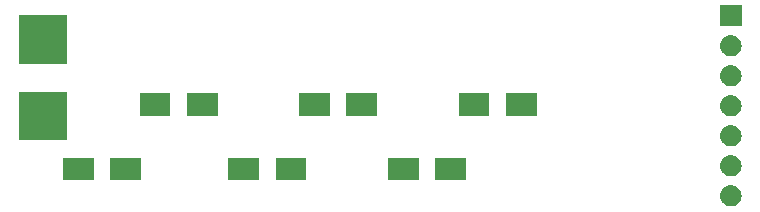
<source format=gbr>
G04 #@! TF.GenerationSoftware,KiCad,Pcbnew,(5.0.1)-3*
G04 #@! TF.CreationDate,2020-02-13T16:16:06-05:00*
G04 #@! TF.ProjectId,ESC_V1,4553435F56312E6B696361645F706362,rev?*
G04 #@! TF.SameCoordinates,Original*
G04 #@! TF.FileFunction,Soldermask,Bot*
G04 #@! TF.FilePolarity,Negative*
%FSLAX46Y46*%
G04 Gerber Fmt 4.6, Leading zero omitted, Abs format (unit mm)*
G04 Created by KiCad (PCBNEW (5.0.1)-3) date 2/13/2020 4:16:06 PM*
%MOMM*%
%LPD*%
G01*
G04 APERTURE LIST*
%ADD10C,0.100000*%
G04 APERTURE END LIST*
D10*
G36*
X183360443Y-65345519D02*
X183426627Y-65352037D01*
X183539853Y-65386384D01*
X183596467Y-65403557D01*
X183735087Y-65477652D01*
X183752991Y-65487222D01*
X183788729Y-65516552D01*
X183890186Y-65599814D01*
X183973448Y-65701271D01*
X184002778Y-65737009D01*
X184002779Y-65737011D01*
X184086443Y-65893533D01*
X184086443Y-65893534D01*
X184137963Y-66063373D01*
X184155359Y-66240000D01*
X184137963Y-66416627D01*
X184103616Y-66529853D01*
X184086443Y-66586467D01*
X184012348Y-66725087D01*
X184002778Y-66742991D01*
X183973448Y-66778729D01*
X183890186Y-66880186D01*
X183788729Y-66963448D01*
X183752991Y-66992778D01*
X183752989Y-66992779D01*
X183596467Y-67076443D01*
X183539853Y-67093616D01*
X183426627Y-67127963D01*
X183360443Y-67134481D01*
X183294260Y-67141000D01*
X183205740Y-67141000D01*
X183139557Y-67134481D01*
X183073373Y-67127963D01*
X182960147Y-67093616D01*
X182903533Y-67076443D01*
X182747011Y-66992779D01*
X182747009Y-66992778D01*
X182711271Y-66963448D01*
X182609814Y-66880186D01*
X182526552Y-66778729D01*
X182497222Y-66742991D01*
X182487652Y-66725087D01*
X182413557Y-66586467D01*
X182396384Y-66529853D01*
X182362037Y-66416627D01*
X182344641Y-66240000D01*
X182362037Y-66063373D01*
X182413557Y-65893534D01*
X182413557Y-65893533D01*
X182497221Y-65737011D01*
X182497222Y-65737009D01*
X182526552Y-65701271D01*
X182609814Y-65599814D01*
X182711271Y-65516552D01*
X182747009Y-65487222D01*
X182764913Y-65477652D01*
X182903533Y-65403557D01*
X182960147Y-65386384D01*
X183073373Y-65352037D01*
X183139557Y-65345519D01*
X183205740Y-65339000D01*
X183294260Y-65339000D01*
X183360443Y-65345519D01*
X183360443Y-65345519D01*
G37*
G36*
X160801000Y-64951000D02*
X158199000Y-64951000D01*
X158199000Y-63049000D01*
X160801000Y-63049000D01*
X160801000Y-64951000D01*
X160801000Y-64951000D01*
G37*
G36*
X133301000Y-64951000D02*
X130699000Y-64951000D01*
X130699000Y-63049000D01*
X133301000Y-63049000D01*
X133301000Y-64951000D01*
X133301000Y-64951000D01*
G37*
G36*
X129301000Y-64951000D02*
X126699000Y-64951000D01*
X126699000Y-63049000D01*
X129301000Y-63049000D01*
X129301000Y-64951000D01*
X129301000Y-64951000D01*
G37*
G36*
X156801000Y-64951000D02*
X154199000Y-64951000D01*
X154199000Y-63049000D01*
X156801000Y-63049000D01*
X156801000Y-64951000D01*
X156801000Y-64951000D01*
G37*
G36*
X147301000Y-64951000D02*
X144699000Y-64951000D01*
X144699000Y-63049000D01*
X147301000Y-63049000D01*
X147301000Y-64951000D01*
X147301000Y-64951000D01*
G37*
G36*
X143301000Y-64951000D02*
X140699000Y-64951000D01*
X140699000Y-63049000D01*
X143301000Y-63049000D01*
X143301000Y-64951000D01*
X143301000Y-64951000D01*
G37*
G36*
X183360442Y-62805518D02*
X183426627Y-62812037D01*
X183539853Y-62846384D01*
X183596467Y-62863557D01*
X183735087Y-62937652D01*
X183752991Y-62947222D01*
X183788729Y-62976552D01*
X183890186Y-63059814D01*
X183973448Y-63161271D01*
X184002778Y-63197009D01*
X184002779Y-63197011D01*
X184086443Y-63353533D01*
X184086443Y-63353534D01*
X184137963Y-63523373D01*
X184155359Y-63700000D01*
X184137963Y-63876627D01*
X184103616Y-63989853D01*
X184086443Y-64046467D01*
X184012348Y-64185087D01*
X184002778Y-64202991D01*
X183973448Y-64238729D01*
X183890186Y-64340186D01*
X183788729Y-64423448D01*
X183752991Y-64452778D01*
X183752989Y-64452779D01*
X183596467Y-64536443D01*
X183539853Y-64553616D01*
X183426627Y-64587963D01*
X183360442Y-64594482D01*
X183294260Y-64601000D01*
X183205740Y-64601000D01*
X183139558Y-64594482D01*
X183073373Y-64587963D01*
X182960147Y-64553616D01*
X182903533Y-64536443D01*
X182747011Y-64452779D01*
X182747009Y-64452778D01*
X182711271Y-64423448D01*
X182609814Y-64340186D01*
X182526552Y-64238729D01*
X182497222Y-64202991D01*
X182487652Y-64185087D01*
X182413557Y-64046467D01*
X182396384Y-63989853D01*
X182362037Y-63876627D01*
X182344641Y-63700000D01*
X182362037Y-63523373D01*
X182413557Y-63353534D01*
X182413557Y-63353533D01*
X182497221Y-63197011D01*
X182497222Y-63197009D01*
X182526552Y-63161271D01*
X182609814Y-63059814D01*
X182711271Y-62976552D01*
X182747009Y-62947222D01*
X182764913Y-62937652D01*
X182903533Y-62863557D01*
X182960147Y-62846384D01*
X183073373Y-62812037D01*
X183139558Y-62805518D01*
X183205740Y-62799000D01*
X183294260Y-62799000D01*
X183360442Y-62805518D01*
X183360442Y-62805518D01*
G37*
G36*
X183360443Y-60265519D02*
X183426627Y-60272037D01*
X183539853Y-60306384D01*
X183596467Y-60323557D01*
X183735087Y-60397652D01*
X183752991Y-60407222D01*
X183788729Y-60436552D01*
X183890186Y-60519814D01*
X183973448Y-60621271D01*
X184002778Y-60657009D01*
X184002779Y-60657011D01*
X184086443Y-60813533D01*
X184086443Y-60813534D01*
X184137963Y-60983373D01*
X184155359Y-61160000D01*
X184137963Y-61336627D01*
X184103616Y-61449853D01*
X184086443Y-61506467D01*
X184062639Y-61551000D01*
X184002778Y-61662991D01*
X183973448Y-61698729D01*
X183890186Y-61800186D01*
X183788729Y-61883448D01*
X183752991Y-61912778D01*
X183752989Y-61912779D01*
X183596467Y-61996443D01*
X183539853Y-62013616D01*
X183426627Y-62047963D01*
X183360442Y-62054482D01*
X183294260Y-62061000D01*
X183205740Y-62061000D01*
X183139558Y-62054482D01*
X183073373Y-62047963D01*
X182960147Y-62013616D01*
X182903533Y-61996443D01*
X182747011Y-61912779D01*
X182747009Y-61912778D01*
X182711271Y-61883448D01*
X182609814Y-61800186D01*
X182526552Y-61698729D01*
X182497222Y-61662991D01*
X182437361Y-61551000D01*
X182413557Y-61506467D01*
X182396384Y-61449853D01*
X182362037Y-61336627D01*
X182344641Y-61160000D01*
X182362037Y-60983373D01*
X182413557Y-60813534D01*
X182413557Y-60813533D01*
X182497221Y-60657011D01*
X182497222Y-60657009D01*
X182526552Y-60621271D01*
X182609814Y-60519814D01*
X182711271Y-60436552D01*
X182747009Y-60407222D01*
X182764913Y-60397652D01*
X182903533Y-60323557D01*
X182960147Y-60306384D01*
X183073373Y-60272037D01*
X183139557Y-60265519D01*
X183205740Y-60259000D01*
X183294260Y-60259000D01*
X183360443Y-60265519D01*
X183360443Y-60265519D01*
G37*
G36*
X127051000Y-61551000D02*
X122949000Y-61551000D01*
X122949000Y-57449000D01*
X127051000Y-57449000D01*
X127051000Y-61551000D01*
X127051000Y-61551000D01*
G37*
G36*
X183360442Y-57725518D02*
X183426627Y-57732037D01*
X183539853Y-57766384D01*
X183596467Y-57783557D01*
X183735087Y-57857652D01*
X183752991Y-57867222D01*
X183788729Y-57896552D01*
X183890186Y-57979814D01*
X183973448Y-58081271D01*
X184002778Y-58117009D01*
X184002779Y-58117011D01*
X184086443Y-58273533D01*
X184086443Y-58273534D01*
X184137963Y-58443373D01*
X184155359Y-58620000D01*
X184137963Y-58796627D01*
X184103616Y-58909853D01*
X184086443Y-58966467D01*
X184012348Y-59105087D01*
X184002778Y-59122991D01*
X183973448Y-59158729D01*
X183890186Y-59260186D01*
X183788729Y-59343448D01*
X183752991Y-59372778D01*
X183752989Y-59372779D01*
X183596467Y-59456443D01*
X183539853Y-59473616D01*
X183426627Y-59507963D01*
X183360443Y-59514481D01*
X183294260Y-59521000D01*
X183205740Y-59521000D01*
X183139557Y-59514481D01*
X183073373Y-59507963D01*
X182960147Y-59473616D01*
X182903533Y-59456443D01*
X182747011Y-59372779D01*
X182747009Y-59372778D01*
X182711271Y-59343448D01*
X182609814Y-59260186D01*
X182526552Y-59158729D01*
X182497222Y-59122991D01*
X182487652Y-59105087D01*
X182413557Y-58966467D01*
X182396384Y-58909853D01*
X182362037Y-58796627D01*
X182344641Y-58620000D01*
X182362037Y-58443373D01*
X182413557Y-58273534D01*
X182413557Y-58273533D01*
X182497221Y-58117011D01*
X182497222Y-58117009D01*
X182526552Y-58081271D01*
X182609814Y-57979814D01*
X182711271Y-57896552D01*
X182747009Y-57867222D01*
X182764913Y-57857652D01*
X182903533Y-57783557D01*
X182960147Y-57766384D01*
X183073373Y-57732037D01*
X183139558Y-57725518D01*
X183205740Y-57719000D01*
X183294260Y-57719000D01*
X183360442Y-57725518D01*
X183360442Y-57725518D01*
G37*
G36*
X135801000Y-59451000D02*
X133199000Y-59451000D01*
X133199000Y-57549000D01*
X135801000Y-57549000D01*
X135801000Y-59451000D01*
X135801000Y-59451000D01*
G37*
G36*
X166801000Y-59451000D02*
X164199000Y-59451000D01*
X164199000Y-57549000D01*
X166801000Y-57549000D01*
X166801000Y-59451000D01*
X166801000Y-59451000D01*
G37*
G36*
X162801000Y-59451000D02*
X160199000Y-59451000D01*
X160199000Y-57549000D01*
X162801000Y-57549000D01*
X162801000Y-59451000D01*
X162801000Y-59451000D01*
G37*
G36*
X153301000Y-59451000D02*
X150699000Y-59451000D01*
X150699000Y-57549000D01*
X153301000Y-57549000D01*
X153301000Y-59451000D01*
X153301000Y-59451000D01*
G37*
G36*
X149301000Y-59451000D02*
X146699000Y-59451000D01*
X146699000Y-57549000D01*
X149301000Y-57549000D01*
X149301000Y-59451000D01*
X149301000Y-59451000D01*
G37*
G36*
X139801000Y-59451000D02*
X137199000Y-59451000D01*
X137199000Y-57549000D01*
X139801000Y-57549000D01*
X139801000Y-59451000D01*
X139801000Y-59451000D01*
G37*
G36*
X183360443Y-55185519D02*
X183426627Y-55192037D01*
X183539853Y-55226384D01*
X183596467Y-55243557D01*
X183735087Y-55317652D01*
X183752991Y-55327222D01*
X183788729Y-55356552D01*
X183890186Y-55439814D01*
X183973448Y-55541271D01*
X184002778Y-55577009D01*
X184002779Y-55577011D01*
X184086443Y-55733533D01*
X184086443Y-55733534D01*
X184137963Y-55903373D01*
X184155359Y-56080000D01*
X184137963Y-56256627D01*
X184103616Y-56369853D01*
X184086443Y-56426467D01*
X184012348Y-56565087D01*
X184002778Y-56582991D01*
X183973448Y-56618729D01*
X183890186Y-56720186D01*
X183788729Y-56803448D01*
X183752991Y-56832778D01*
X183752989Y-56832779D01*
X183596467Y-56916443D01*
X183539853Y-56933616D01*
X183426627Y-56967963D01*
X183360443Y-56974481D01*
X183294260Y-56981000D01*
X183205740Y-56981000D01*
X183139557Y-56974481D01*
X183073373Y-56967963D01*
X182960147Y-56933616D01*
X182903533Y-56916443D01*
X182747011Y-56832779D01*
X182747009Y-56832778D01*
X182711271Y-56803448D01*
X182609814Y-56720186D01*
X182526552Y-56618729D01*
X182497222Y-56582991D01*
X182487652Y-56565087D01*
X182413557Y-56426467D01*
X182396384Y-56369853D01*
X182362037Y-56256627D01*
X182344641Y-56080000D01*
X182362037Y-55903373D01*
X182413557Y-55733534D01*
X182413557Y-55733533D01*
X182497221Y-55577011D01*
X182497222Y-55577009D01*
X182526552Y-55541271D01*
X182609814Y-55439814D01*
X182711271Y-55356552D01*
X182747009Y-55327222D01*
X182764913Y-55317652D01*
X182903533Y-55243557D01*
X182960147Y-55226384D01*
X183073373Y-55192037D01*
X183139557Y-55185519D01*
X183205740Y-55179000D01*
X183294260Y-55179000D01*
X183360443Y-55185519D01*
X183360443Y-55185519D01*
G37*
G36*
X127051000Y-55051000D02*
X122949000Y-55051000D01*
X122949000Y-50949000D01*
X127051000Y-50949000D01*
X127051000Y-55051000D01*
X127051000Y-55051000D01*
G37*
G36*
X183360442Y-52645518D02*
X183426627Y-52652037D01*
X183539853Y-52686384D01*
X183596467Y-52703557D01*
X183735087Y-52777652D01*
X183752991Y-52787222D01*
X183788729Y-52816552D01*
X183890186Y-52899814D01*
X183973448Y-53001271D01*
X184002778Y-53037009D01*
X184002779Y-53037011D01*
X184086443Y-53193533D01*
X184086443Y-53193534D01*
X184137963Y-53363373D01*
X184155359Y-53540000D01*
X184137963Y-53716627D01*
X184103616Y-53829853D01*
X184086443Y-53886467D01*
X184012348Y-54025087D01*
X184002778Y-54042991D01*
X183973448Y-54078729D01*
X183890186Y-54180186D01*
X183788729Y-54263448D01*
X183752991Y-54292778D01*
X183752989Y-54292779D01*
X183596467Y-54376443D01*
X183539853Y-54393616D01*
X183426627Y-54427963D01*
X183360442Y-54434482D01*
X183294260Y-54441000D01*
X183205740Y-54441000D01*
X183139558Y-54434482D01*
X183073373Y-54427963D01*
X182960147Y-54393616D01*
X182903533Y-54376443D01*
X182747011Y-54292779D01*
X182747009Y-54292778D01*
X182711271Y-54263448D01*
X182609814Y-54180186D01*
X182526552Y-54078729D01*
X182497222Y-54042991D01*
X182487652Y-54025087D01*
X182413557Y-53886467D01*
X182396384Y-53829853D01*
X182362037Y-53716627D01*
X182344641Y-53540000D01*
X182362037Y-53363373D01*
X182413557Y-53193534D01*
X182413557Y-53193533D01*
X182497221Y-53037011D01*
X182497222Y-53037009D01*
X182526552Y-53001271D01*
X182609814Y-52899814D01*
X182711271Y-52816552D01*
X182747009Y-52787222D01*
X182764913Y-52777652D01*
X182903533Y-52703557D01*
X182960147Y-52686384D01*
X183073373Y-52652037D01*
X183139558Y-52645518D01*
X183205740Y-52639000D01*
X183294260Y-52639000D01*
X183360442Y-52645518D01*
X183360442Y-52645518D01*
G37*
G36*
X184151000Y-51901000D02*
X182349000Y-51901000D01*
X182349000Y-50099000D01*
X184151000Y-50099000D01*
X184151000Y-51901000D01*
X184151000Y-51901000D01*
G37*
M02*

</source>
